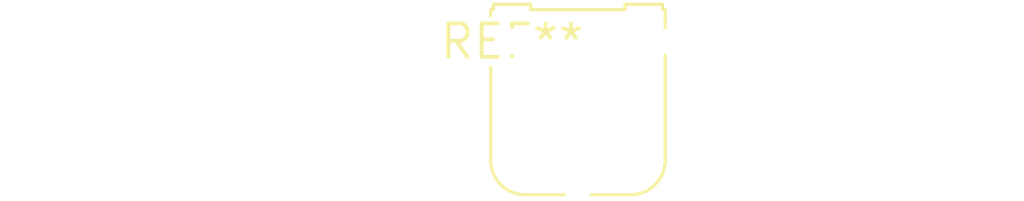
<source format=kicad_pcb>
(kicad_pcb (version 20240108) (generator pcbnew)
  (layers (0 "F.Cu" signal) (31 "B.Cu" signal) (34 "B.Paste" user) (35 "F.Paste" user) (36 "B.SilkS" user "B.Silkscreen") (37 "F.SilkS" user "F.Silkscreen") (38 "B.Mask" user) (39 "F.Mask" user) (44 "Edge.Cuts" user))
  (net 0 "")
  (footprint "Potentiometer_Runtron_RM-065_Vertical" (layer "F.Cu") (at 0 0)
    (property "Reference" "REF**")
    (property "Value" "Potentiometer_Runtron_RM-065_Vertical")
    (fp_line (start -0.81 -1.21) (end -0.81 -0.96) (layer "F.SilkS") (stroke (width 0.12)))
    (fp_line (start -0.81 4.5) (end -0.81 0.96) (layer "F.SilkS") (stroke (width 0.12)))
    (fp_line (start -0.71 -1.41) (end -0.71 -1.21) (layer "F.SilkS") (stroke (width 0.12)))
    (fp_line (start -0.71 -1.41) (end 0.71 -1.41) (layer "F.SilkS") (stroke (width 0.12)))
    (fp_line (start -0.71 -1.21) (end -0.81 -1.21) (layer "F.SilkS") (stroke (width 0.12)))
    (fp_line (start 0.71 -1.21) (end 0.71 -1.41) (layer "F.SilkS") (stroke (width 0.12)))
    (fp_line (start 0.71 -1.21) (end 4.29 -1.21) (layer "F.SilkS") (stroke (width 0.12)))
    (fp_line (start 1.99 5.81) (end 0.5 5.81) (layer "F.SilkS") (stroke (width 0.12)))
    (fp_line (start 4.29 -1.41) (end 5.71 -1.41) (layer "F.SilkS") (stroke (width 0.12)))
    (fp_line (start 4.29 -1.21) (end 4.29 -1.41) (layer "F.SilkS") (stroke (width 0.12)))
    (fp_line (start 4.5 5.81) (end 3.01 5.81) (layer "F.SilkS") (stroke (width 0.12)))
    (fp_line (start 5.71 -1.41) (end 5.71 -1.21) (layer "F.SilkS") (stroke (width 0.12)))
    (fp_line (start 5.71 -1.21) (end 5.81 -1.21) (layer "F.SilkS") (stroke (width 0.12)))
    (fp_line (start 5.81 -1.21) (end 5.81 -0.52) (layer "F.SilkS") (stroke (width 0.12)))
    (fp_line (start 5.81 0.52) (end 5.81 4.5) (layer "F.SilkS") (stroke (width 0.12)))
    (fp_arc (start 0.5 5.81) (mid -0.42631 5.42631) (end -0.81 4.5) (layer "F.SilkS") (stroke (width 0.12)))
    (fp_arc (start 5.81 4.5) (mid 5.42631 5.42631) (end 4.5 5.81) (layer "F.SilkS") (stroke (width 0.12)))
    (pad "1" thru_hole rect (at 0 0) (size 1.56 1.56) (drill 1) (layers *.Cu *.Mask) (remove_unused_layers))
    (pad "2" thru_hole circle (at 2.5 5) (size 1.56 1.56) (drill 1) (layers *.Cu *.Mask) (remove_unused_layers))
    (pad "3" thru_hole circle (at 5 0) (size 1.56 1.56) (drill 1) (layers *.Cu *.Mask) (remove_unused_layers))
  )
)
</source>
